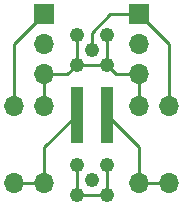
<source format=gbr>
%TF.GenerationSoftware,KiCad,Pcbnew,8.0.9-1.fc41*%
%TF.CreationDate,2025-03-19T11:36:09+02:00*%
%TF.ProjectId,FBK-4mm-Red,46424b2d-346d-46d2-9d52-65642e6b6963,rev?*%
%TF.SameCoordinates,Original*%
%TF.FileFunction,Copper,L1,Top*%
%TF.FilePolarity,Positive*%
%FSLAX46Y46*%
G04 Gerber Fmt 4.6, Leading zero omitted, Abs format (unit mm)*
G04 Created by KiCad (PCBNEW 8.0.9-1.fc41) date 2025-03-19 11:36:09*
%MOMM*%
%LPD*%
G01*
G04 APERTURE LIST*
%TA.AperFunction,ComponentPad*%
%ADD10C,1.240000*%
%TD*%
%TA.AperFunction,ComponentPad*%
%ADD11R,1.700000X1.700000*%
%TD*%
%TA.AperFunction,ComponentPad*%
%ADD12O,1.700000X1.700000*%
%TD*%
%TA.AperFunction,SMDPad,CuDef*%
%ADD13R,1.000000X4.830000*%
%TD*%
%TA.AperFunction,Conductor*%
%ADD14C,0.250000*%
%TD*%
G04 APERTURE END LIST*
D10*
%TO.P,J-PWR-2,1,Pin_1*%
%TO.N,HV+*%
X150000000Y-105000000D03*
%TO.P,J-PWR-2,2,Pin_2*%
%TO.N,GND*%
X148730000Y-103730000D03*
X148730000Y-106270000D03*
X151270000Y-103730000D03*
X151270000Y-106270000D03*
%TD*%
D11*
%TO.P,J-SIG1,1,Pin_1*%
%TO.N,SIG*%
X154000000Y-91000000D03*
D12*
%TO.P,J-SIG1,2,Pin_2*%
%TO.N,unconnected-(J-SIG1-Pin_2-Pad2)*%
X154000000Y-93540000D03*
%TO.P,J-SIG1,3,Pin_3*%
%TO.N,GND*%
X154000000Y-96080000D03*
%TD*%
D13*
%TO.P,D1,1,K-*%
%TO.N,Net-(C1-+)*%
X148730000Y-99500000D03*
%TO.P,D1,2,A+*%
%TO.N,Net-(C2-+)*%
X151270000Y-99500000D03*
%TD*%
D12*
%TO.P,C1,1,+*%
%TO.N,Net-(C1-+)*%
X146000000Y-105270000D03*
%TO.P,C1,2,-*%
%TO.N,GND*%
X146000000Y-98730000D03*
%TD*%
%TO.P,R1,1,+*%
%TO.N,HV+*%
X143460000Y-98730000D03*
%TO.P,R1,2,-*%
%TO.N,Net-(C1-+)*%
X143460000Y-105270000D03*
%TD*%
D11*
%TO.P,J-PWR1,1,Pin_1*%
%TO.N,HV+*%
X146000000Y-91000000D03*
D12*
%TO.P,J-PWR1,2,Pin_2*%
%TO.N,unconnected-(J-PWR1-Pin_2-Pad2)*%
X146000000Y-93540000D03*
%TO.P,J-PWR1,3,Pin_3*%
%TO.N,GND*%
X146000000Y-96080000D03*
%TD*%
%TO.P,R2,1,+*%
%TO.N,Net-(C2-+)*%
X154000000Y-105270000D03*
%TO.P,R2,2,-*%
%TO.N,GND*%
X154000000Y-98730000D03*
%TD*%
D10*
%TO.P,J-SIG-2,1,Pin_1*%
%TO.N,SIG*%
X150000000Y-94000000D03*
%TO.P,J-SIG-2,2,Pin_2*%
%TO.N,GND*%
X148730000Y-92730000D03*
X148730000Y-95270000D03*
X151270000Y-92730000D03*
X151270000Y-95270000D03*
%TD*%
D12*
%TO.P,C2,1,+*%
%TO.N,Net-(C2-+)*%
X156540000Y-105270000D03*
%TO.P,C2,2,-*%
%TO.N,SIG*%
X156540000Y-98730000D03*
%TD*%
D14*
%TO.N,GND*%
X152080000Y-96080000D02*
X151270000Y-95270000D01*
X151270000Y-92730000D02*
X151270000Y-95270000D01*
X148730000Y-103730000D02*
X148730000Y-106270000D01*
X151270000Y-106270000D02*
X148730000Y-106270000D01*
X146000000Y-96080000D02*
X147920000Y-96080000D01*
X148730000Y-92730000D02*
X148730000Y-95270000D01*
X151270000Y-106270000D02*
X151270000Y-103730000D01*
X147920000Y-96080000D02*
X148730000Y-95270000D01*
X148730000Y-95270000D02*
X151270000Y-95270000D01*
X154000000Y-96080000D02*
X152080000Y-96080000D01*
X146000000Y-96080000D02*
X146000000Y-98730000D01*
X154000000Y-96080000D02*
X154000000Y-98730000D01*
%TO.N,Net-(C1-+)*%
X148730000Y-99500000D02*
X146000000Y-102230000D01*
X146000000Y-102230000D02*
X146000000Y-105270000D01*
X146000000Y-105270000D02*
X143460000Y-105270000D01*
%TO.N,Net-(C2-+)*%
X154000000Y-102230000D02*
X154000000Y-105270000D01*
X154000000Y-105270000D02*
X156540000Y-105270000D01*
X151270000Y-99500000D02*
X154000000Y-102230000D01*
%TO.N,SIG*%
X150000000Y-94000000D02*
X150000000Y-92592857D01*
X150000000Y-92592857D02*
X151592857Y-91000000D01*
X156540000Y-93540000D02*
X156540000Y-98730000D01*
X151592857Y-91000000D02*
X154000000Y-91000000D01*
X154000000Y-91000000D02*
X156540000Y-93540000D01*
%TO.N,HV+*%
X143460000Y-98730000D02*
X143460000Y-93540000D01*
X143460000Y-93540000D02*
X146000000Y-91000000D01*
%TD*%
M02*

</source>
